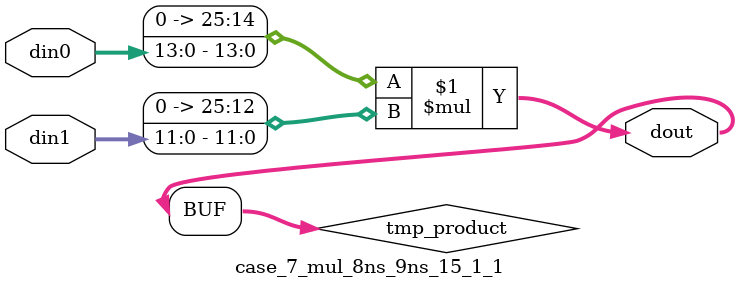
<source format=v>

`timescale 1 ns / 1 ps

 (* use_dsp = "no" *)  module case_7_mul_8ns_9ns_15_1_1(din0, din1, dout);
parameter ID = 1;
parameter NUM_STAGE = 0;
parameter din0_WIDTH = 14;
parameter din1_WIDTH = 12;
parameter dout_WIDTH = 26;

input [din0_WIDTH - 1 : 0] din0; 
input [din1_WIDTH - 1 : 0] din1; 
output [dout_WIDTH - 1 : 0] dout;

wire signed [dout_WIDTH - 1 : 0] tmp_product;
























assign tmp_product = $signed({1'b0, din0}) * $signed({1'b0, din1});











assign dout = tmp_product;





















endmodule

</source>
